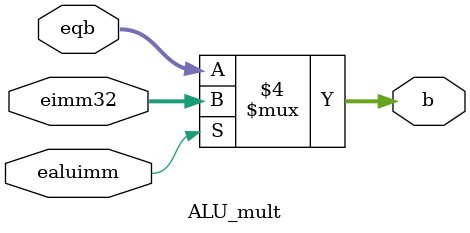
<source format=v>
`timescale 1ns / 1ps
module ALU_mult(
    input [31:0] eqb,
    input [31:0] eimm32,
    input ealuimm,
    output reg [31:0] b);
    always @(*) begin
        if (ealuimm == 1'b0)
            b = eqb;
        else
            b = eimm32;
    end
endmodule

</source>
